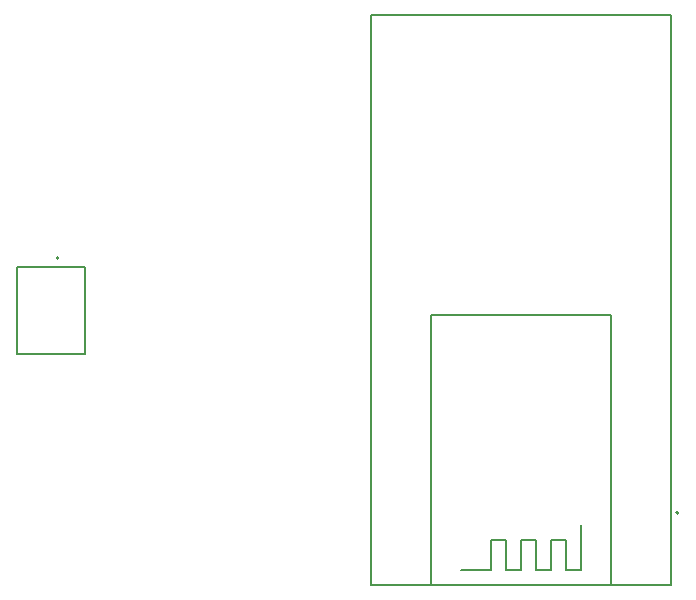
<source format=gbr>
G04*
G04 #@! TF.GenerationSoftware,Altium Limited,Altium Designer,24.6.1 (21)*
G04*
G04 Layer_Color=16711935*
%FSLAX44Y44*%
%MOMM*%
G71*
G04*
G04 #@! TF.SameCoordinates,8B27C9E9-A4C2-4BD9-AFE1-7C446D6426E9*
G04*
G04*
G04 #@! TF.FilePolarity,Positive*
G04*
G01*
G75*
%ADD10C,0.2000*%
%ADD12C,0.1270*%
D10*
X1455570Y853780D02*
G03*
X1455570Y853780I-1000J0D01*
G01*
X930810Y1069290D02*
G03*
X930810Y1069290I-1000J0D01*
G01*
D12*
X1195070Y792480D02*
Y1275080D01*
Y792480D02*
X1245870D01*
X1398270D01*
X1449070D01*
X1195070Y1275080D02*
X1449070D01*
Y792480D02*
Y1275080D01*
X1271270Y805180D02*
X1296670D01*
Y830580D01*
X1309370D01*
Y805180D02*
Y830580D01*
Y805180D02*
X1322070D01*
Y830580D01*
X1334770D01*
Y805180D02*
Y830580D01*
Y805180D02*
X1347470D01*
Y830580D01*
X1360170D01*
Y805180D02*
Y830580D01*
Y805180D02*
X1372870D01*
Y843280D01*
X1245870Y792480D02*
Y1021080D01*
X1398270D01*
Y792480D02*
Y1021080D01*
X895810Y987890D02*
Y1061890D01*
Y987890D02*
X953310D01*
Y1061890D01*
X895810D02*
X953310D01*
M02*

</source>
